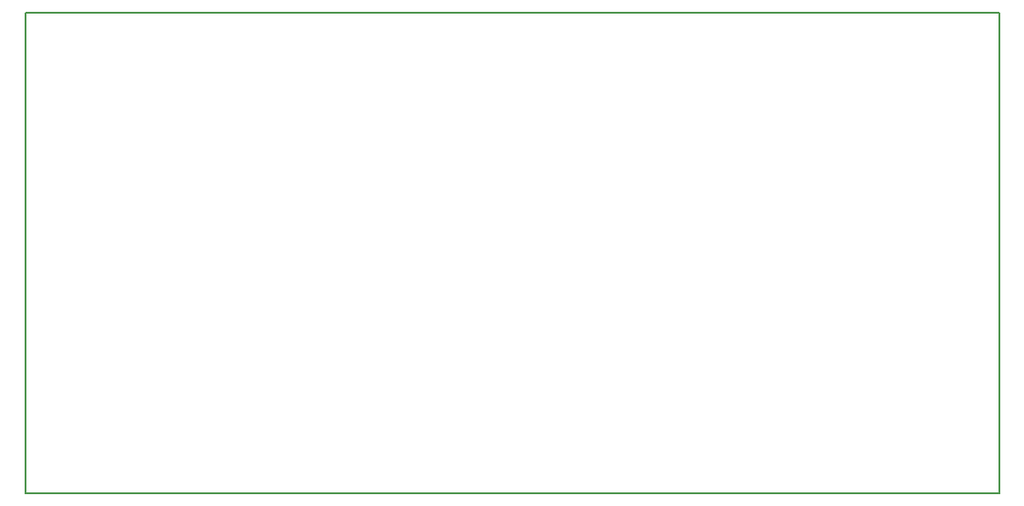
<source format=gbr>
G04 #@! TF.FileFunction,Profile,NP*
%FSLAX46Y46*%
G04 Gerber Fmt 4.6, Leading zero omitted, Abs format (unit mm)*
G04 Created by KiCad (PCBNEW 4.0.6) date 09/01/17 13:25:39*
%MOMM*%
%LPD*%
G01*
G04 APERTURE LIST*
%ADD10C,0.100000*%
%ADD11C,0.150000*%
G04 APERTURE END LIST*
D10*
D11*
X140208000Y-111760000D02*
X140208000Y-156464000D01*
X230632000Y-111760000D02*
X230632000Y-156464000D01*
X140208000Y-111760000D02*
X230632000Y-111760000D01*
X230632000Y-156464000D02*
X140208000Y-156464000D01*
M02*

</source>
